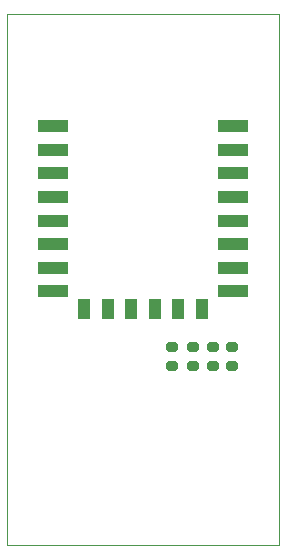
<source format=gbr>
%TF.GenerationSoftware,KiCad,Pcbnew,8.0.6*%
%TF.CreationDate,2024-10-25T11:33:00+01:00*%
%TF.ProjectId,ac-freedom_to-esphome,61632d66-7265-4656-946f-6d5f746f2d65,rev?*%
%TF.SameCoordinates,Original*%
%TF.FileFunction,Paste,Top*%
%TF.FilePolarity,Positive*%
%FSLAX46Y46*%
G04 Gerber Fmt 4.6, Leading zero omitted, Abs format (unit mm)*
G04 Created by KiCad (PCBNEW 8.0.6) date 2024-10-25 11:33:00*
%MOMM*%
%LPD*%
G01*
G04 APERTURE LIST*
G04 Aperture macros list*
%AMRoundRect*
0 Rectangle with rounded corners*
0 $1 Rounding radius*
0 $2 $3 $4 $5 $6 $7 $8 $9 X,Y pos of 4 corners*
0 Add a 4 corners polygon primitive as box body*
4,1,4,$2,$3,$4,$5,$6,$7,$8,$9,$2,$3,0*
0 Add four circle primitives for the rounded corners*
1,1,$1+$1,$2,$3*
1,1,$1+$1,$4,$5*
1,1,$1+$1,$6,$7*
1,1,$1+$1,$8,$9*
0 Add four rect primitives between the rounded corners*
20,1,$1+$1,$2,$3,$4,$5,0*
20,1,$1+$1,$4,$5,$6,$7,0*
20,1,$1+$1,$6,$7,$8,$9,0*
20,1,$1+$1,$8,$9,$2,$3,0*%
G04 Aperture macros list end*
%ADD10RoundRect,0.200000X0.275000X-0.200000X0.275000X0.200000X-0.275000X0.200000X-0.275000X-0.200000X0*%
%ADD11R,2.500000X1.000000*%
%ADD12R,1.000000X1.800000*%
%ADD13RoundRect,0.200000X-0.275000X0.200000X-0.275000X-0.200000X0.275000X-0.200000X0.275000X0.200000X0*%
%TA.AperFunction,Profile*%
%ADD14C,0.050000*%
%TD*%
G04 APERTURE END LIST*
D10*
%TO.C,R2*%
X15700000Y15175000D03*
X15700000Y16825000D03*
%TD*%
D11*
%TO.C,U1*%
X3900000Y35500000D03*
X3900000Y33500000D03*
X3900000Y31500000D03*
X3900000Y29500000D03*
X3900000Y27500000D03*
X3900000Y25500000D03*
X3900000Y23500000D03*
X3900000Y21500000D03*
D12*
X6500000Y20000000D03*
X8500000Y20000000D03*
X10500000Y20000000D03*
X12500000Y20000000D03*
X14500000Y20000000D03*
X16500000Y20000000D03*
D11*
X19100000Y21500000D03*
X19100000Y23500000D03*
X19100000Y25500000D03*
X19100000Y27500000D03*
X19100000Y29500000D03*
X19100000Y31500000D03*
X19100000Y33500000D03*
X19100000Y35500000D03*
%TD*%
D10*
%TO.C,R1*%
X17400000Y15175000D03*
X17400000Y16825000D03*
%TD*%
D13*
%TO.C,R4*%
X14000000Y16825000D03*
X14000000Y15175000D03*
%TD*%
%TO.C,R3*%
X19000000Y16825000D03*
X19000000Y15175000D03*
%TD*%
D14*
X0Y45000000D02*
X23000000Y45000000D01*
X23000000Y0D01*
X0Y0D01*
X0Y45000000D01*
M02*

</source>
